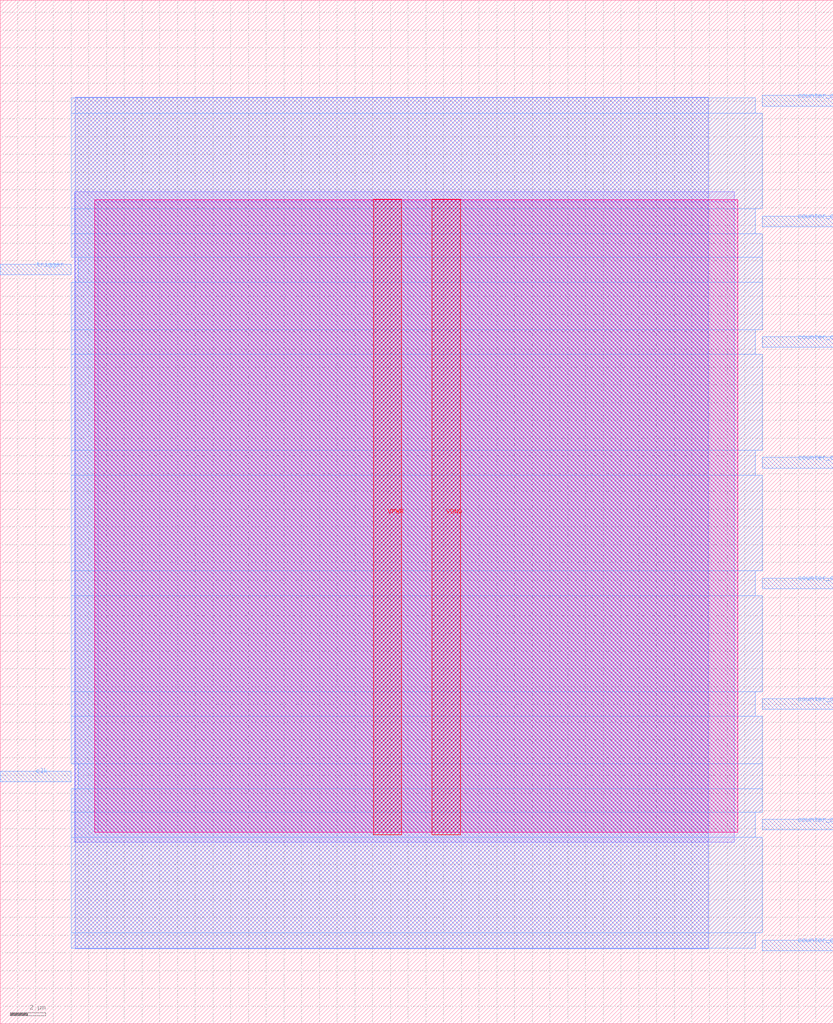
<source format=lef>
VERSION 5.7 ;
  NOWIREEXTENSIONATPIN ON ;
  DIVIDERCHAR "/" ;
  BUSBITCHARS "[]" ;
MACRO dig
  CLASS BLOCK ;
  FOREIGN dig ;
  ORIGIN 0.000 0.000 ;
  SIZE 46.975 BY 57.695 ;
  PIN VGND
    DIRECTION INOUT ;
    USE GROUND ;
    PORT
      LAYER met4 ;
        RECT 24.340 10.640 25.940 46.480 ;
    END
  END VGND
  PIN VPWR
    DIRECTION INOUT ;
    USE POWER ;
    PORT
      LAYER met4 ;
        RECT 21.040 10.640 22.640 46.480 ;
    END
  END VPWR
  PIN clk
    DIRECTION INPUT ;
    USE SIGNAL ;
    ANTENNAGATEAREA 0.852000 ;
    PORT
      LAYER met3 ;
        RECT 0.000 13.640 4.000 14.240 ;
    END
  END clk
  PIN counter_out[0]
    DIRECTION OUTPUT ;
    USE SIGNAL ;
    ANTENNADIFFAREA 0.445500 ;
    PORT
      LAYER met3 ;
        RECT 42.975 4.120 46.975 4.720 ;
    END
  END counter_out[0]
  PIN counter_out[1]
    DIRECTION OUTPUT ;
    USE SIGNAL ;
    ANTENNADIFFAREA 0.445500 ;
    PORT
      LAYER met3 ;
        RECT 42.975 10.920 46.975 11.520 ;
    END
  END counter_out[1]
  PIN counter_out[2]
    DIRECTION OUTPUT ;
    USE SIGNAL ;
    ANTENNADIFFAREA 0.445500 ;
    PORT
      LAYER met3 ;
        RECT 42.975 17.720 46.975 18.320 ;
    END
  END counter_out[2]
  PIN counter_out[3]
    DIRECTION OUTPUT ;
    USE SIGNAL ;
    ANTENNADIFFAREA 0.445500 ;
    PORT
      LAYER met3 ;
        RECT 42.975 24.520 46.975 25.120 ;
    END
  END counter_out[3]
  PIN counter_out[4]
    DIRECTION OUTPUT ;
    USE SIGNAL ;
    ANTENNADIFFAREA 0.445500 ;
    PORT
      LAYER met3 ;
        RECT 42.975 31.320 46.975 31.920 ;
    END
  END counter_out[4]
  PIN counter_out[5]
    DIRECTION OUTPUT ;
    USE SIGNAL ;
    ANTENNADIFFAREA 0.445500 ;
    PORT
      LAYER met3 ;
        RECT 42.975 38.120 46.975 38.720 ;
    END
  END counter_out[5]
  PIN counter_out[6]
    DIRECTION OUTPUT ;
    USE SIGNAL ;
    ANTENNADIFFAREA 0.445500 ;
    PORT
      LAYER met3 ;
        RECT 42.975 44.920 46.975 45.520 ;
    END
  END counter_out[6]
  PIN counter_out[7]
    DIRECTION OUTPUT ;
    USE SIGNAL ;
    ANTENNADIFFAREA 0.445500 ;
    PORT
      LAYER met3 ;
        RECT 42.975 51.720 46.975 52.320 ;
    END
  END counter_out[7]
  PIN trigger
    DIRECTION INPUT ;
    USE SIGNAL ;
    ANTENNAGATEAREA 0.196500 ;
    PORT
      LAYER met3 ;
        RECT 0.000 42.200 4.000 42.800 ;
    END
  END trigger
  OBS
      LAYER nwell ;
        RECT 5.330 10.795 41.590 46.430 ;
      LAYER li1 ;
        RECT 5.520 10.795 41.400 46.325 ;
      LAYER met1 ;
        RECT 4.210 10.240 41.400 46.880 ;
      LAYER met2 ;
        RECT 4.230 4.235 39.930 52.205 ;
      LAYER met3 ;
        RECT 3.990 51.320 42.575 52.185 ;
        RECT 3.990 45.920 42.975 51.320 ;
        RECT 3.990 44.520 42.575 45.920 ;
        RECT 3.990 43.200 42.975 44.520 ;
        RECT 4.400 41.800 42.975 43.200 ;
        RECT 3.990 39.120 42.975 41.800 ;
        RECT 3.990 37.720 42.575 39.120 ;
        RECT 3.990 32.320 42.975 37.720 ;
        RECT 3.990 30.920 42.575 32.320 ;
        RECT 3.990 25.520 42.975 30.920 ;
        RECT 3.990 24.120 42.575 25.520 ;
        RECT 3.990 18.720 42.975 24.120 ;
        RECT 3.990 17.320 42.575 18.720 ;
        RECT 3.990 14.640 42.975 17.320 ;
        RECT 4.400 13.240 42.975 14.640 ;
        RECT 3.990 11.920 42.975 13.240 ;
        RECT 3.990 10.520 42.575 11.920 ;
        RECT 3.990 5.120 42.975 10.520 ;
        RECT 3.990 4.255 42.575 5.120 ;
  END
END dig
END LIBRARY


</source>
